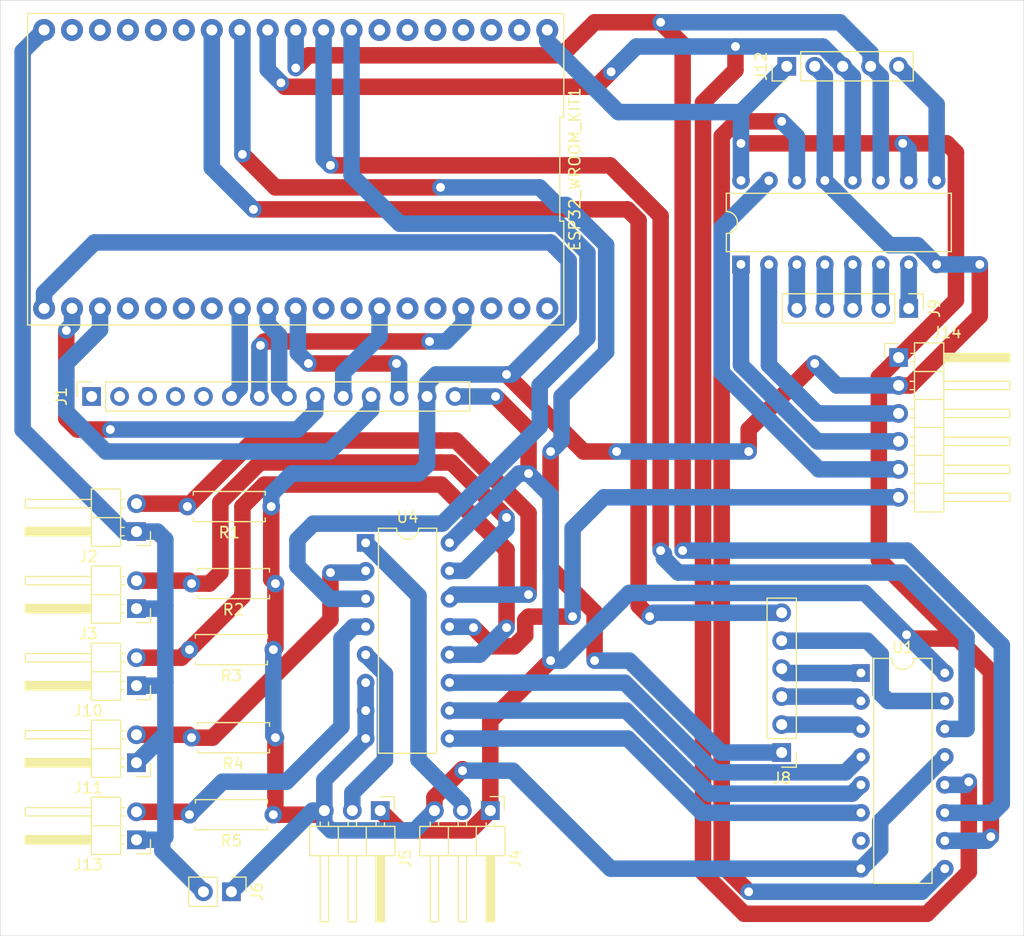
<source format=kicad_pcb>
(kicad_pcb (version 20240108) (generator "pcbnew") (generator_version "8.0")
  (layers (0 "F.Cu" signal) (31 "B.Cu" signal) (34 "B.Paste" user) (35 "F.Paste" user) (36 "B.SilkS" user "B.Silkscreen") (37 "F.SilkS" user "F.Silkscreen") (38 "B.Mask" user) (39 "F.Mask" user) (44 "Edge.Cuts" user))
  (net 0 "")
  (net 2 "Data")
  (net 3 "Trig")
  (net 14 "Analog_Pin1")
  (net 16 "Clock")
  (net 23 "3v3")
  (net 24 "GND")
  (net 30 "Net-(U1-QG)")
  (net 31 "M1_Pin_Dir1")
  (net 32 "M2_Pin_Dir2")
  (net 34 "M1_Pin_EN")
  (net 35 "M2_Pin_Dir1")
  (net 36 "M1_Pin_Dir2")
  (net 37 "Net-(U1-QH')")
  (net 38 "M2_Pin_EN")
  (net 42 "Net-(J9-Pin_2)")
  (net 43 "5v")
  (net 44 "Net-(J9-Pin_1)")
  (net 45 "Capteur_Force_1")
  (net 46 "Capteur_Force_2")
  (net 47 "Net-(J9-Pin_5)")
  (net 48 "Capteur_Hall_1")
  (net 49 "Capteur_Hall_2")
  (net 50 "Net-(J9-Pin_4)")
  (net 51 "Net-(J9-Pin_3)")
  (net 52 "Capteur_Force_3")
  (net 53 "Capteur_Autre_1")
  (net 54 "Net-(J12-Pin_5)")
  (net 55 "Capteur_Autre_2")
  (net 56 "Net-(J14-Pin_6)")
  (net 57 "Net-(J14-Pin_4)")
  (net 58 "Net-(J14-Pin_5)")
  (net 59 "Net-(J14-Pin_3)")
  (net 60 "Net-(U1-QE)")
  (net 62 "Net-(U1-QF)")
  (net 63 "Net-(ESP32_WROOM_KIT1-GPIO22)")
  (net 64 "Net-(ESP32_WROOM_KIT1-GPIO18)")
  (net 65 "Net-(ESP32_WROOM_KIT1-GPIO4)")
  (net 66 "Net-(ESP32_WROOM_KIT1-GPIO19)")
  (net 67 "Net-(ESP32_WROOM_KIT1-GPIO23)")
  (net 68 "Net-(ESP32_WROOM_KIT1-GPIO15)")
  (net 69 "Net-(ESP32_WROOM_KIT1-GPIO5)")
  (footprint "MyEsp32Library:Esp32_Wroom32_DevKit" (layer "F.Cu") (at 142.84 57.35 180)
    (property "Reference" "ESP32_WROOM_KIT1")
    (property "Value" "~")
  )
  (footprint "Package_DIP:DIP-16_W7.62mm" (layer "F.Cu") (at 149.2 91.3)
    (property "Reference" "U4")
    (property "Value" "74HC4051")
  )
  (footprint "Package_DIP:DIP-16_W7.62mm" (layer "F.Cu") (at 194.2 103.125)
    (property "Reference" "U1")
    (property "Value" "74HC595")
  )
  (footprint "Connector_PinHeader_2.54mm:PinHeader_1x02_P2.54mm_Horizontal" (layer "F.Cu") (at 128.375 90.275 180)
    (property "Reference" "J2")
    (property "Value" "Conn_01x02_Pin")
  )
  (footprint "Connector_PinHeader_2.54mm:PinHeader_1x05_P2.54mm_Vertical" (layer "F.Cu") (at 187.46 48 90)
    (property "Reference" "J12")
    (property "Value" "Conn_01x05_Pin" (hide yes))
  )
  (footprint "Connector_PinHeader_2.54mm:PinHeader_1x06_P2.54mm_Horizontal" (layer "F.Cu") (at 197.625 74.46)
    (property "Reference" "J14")
    (property "Value" "Conn_01x06_Pin")
  )
  (footprint "Connector_PinHeader_2.54mm:PinHeader_1x02_P2.54mm_Horizontal" (layer "F.Cu") (at 128.375 118.275 180)
    (property "Reference" "J13")
    (property "Value" "Conn_01x02_Pin")
  )
  (footprint "Connector_PinHeader_2.54mm:PinHeader_1x02_P2.54mm_Horizontal" (layer "F.Cu") (at 128.375 97.275 180)
    (property "Reference" "J3")
    (property "Value" "Conn_01x02_Pin")
  )
  (footprint "Connector_PinHeader_2.54mm:PinHeader_1x02_P2.54mm_Horizontal" (layer "F.Cu") (at 128.375 111.275 180)
    (property "Reference" "J11")
    (property "Value" "Conn_01x02_Pin")
  )
  (footprint "Resistor_THT:R_Axial_DIN0207_L6.3mm_D2.5mm_P7.62mm_Horizontal" (layer "F.Cu") (at 141 95 180)
    (property "Reference" "R2")
    (property "Value" "R")
  )
  (footprint "Connector_PinHeader_2.54mm:PinHeader_1x06_P2.54mm_Vertical" (layer "F.Cu") (at 187 110.35 180)
    (property "Reference" "J8")
    (property "Value" "Conn_01x06_Pin")
  )
  (footprint "Resistor_THT:R_Axial_DIN0207_L6.3mm_D2.5mm_P7.62mm_Horizontal" (layer "F.Cu") (at 140.81 116 180)
    (property "Reference" "R5")
    (property "Value" "R")
  )
  (footprint "Resistor_THT:R_Axial_DIN0207_L6.3mm_D2.5mm_P7.62mm_Horizontal" (layer "F.Cu") (at 140.81 101 180)
    (property "Reference" "R3")
    (property "Value" "R")
  )
  (footprint "Connector_PinHeader_2.54mm:PinHeader_1x05_P2.54mm_Vertical" (layer "F.Cu") (at 198.54 70 -90)
    (property "Reference" "J9")
    (property "Value" "Conn_01x05_Pin" (hide yes))
  )
  (footprint "Package_DIP:DIP-16_W7.62mm" (layer "F.Cu") (at 183.3 66 90)
    (property "Reference" "U2" (hide yes))
    (property "Value" "74HC595")
  )
  (footprint "Connector_PinHeader_2.54mm:PinHeader_1x03_P2.54mm_Horizontal" (layer "F.Cu") (at 160.525 115.625 -90)
    (property "Reference" "J4")
    (property "Value" "Conn_01x03_Pin")
  )
  (footprint "Connector_PinHeader_2.54mm:PinHeader_1x02_P2.54mm_Vertical" (layer "F.Cu") (at 137 123 -90)
    (property "Reference" "J6")
    (property "Value" "Conn_01x02_Pin" (hide yes))
  )
  (footprint "Resistor_THT:R_Axial_DIN0207_L6.3mm_D2.5mm_P7.62mm_Horizontal" (layer "F.Cu") (at 140.62 88 180)
    (property "Reference" "R1")
    (property "Value" "R")
  )
  (footprint "Resistor_THT:R_Axial_DIN0207_L6.3mm_D2.5mm_P7.62mm_Horizontal" (layer "F.Cu") (at 141 109 180)
    (property "Reference" "R4")
    (property "Value" "R")
  )
  (footprint "Connector_PinHeader_2.54mm:PinHeader_1x02_P2.54mm_Horizontal" (layer "F.Cu") (at 128.375 104.275 180)
    (property "Reference" "J10")
    (property "Value" "Conn_01x02_Pin")
  )
  (footprint "Connector_PinSocket_2.54mm:PinSocket_1x14_P2.54mm_Vertical" (layer "F.Cu") (at 124.3 78 90)
    (property "Reference" "J1")
    (property "Value" "Conn_01x14_Socket")
  )
  (footprint "Connector_PinHeader_2.54mm:PinHeader_1x03_P2.54mm_Horizontal" (layer "F.Cu") (at 150.525 115.625 -90)
    (property "Reference" "J5")
    (property "Value" "Conn_01x03_Pin")
  )
  (gr_rect (start 116 42) (end 209 127) (stroke (width 0.05)) (fill none) (layer "Edge.Cuts"))
  (segment (start 176 61.595836) (end 171.404164 57) (width 1.5) (layer "F.Cu") (net 2))
  (segment (start 171.404164 57) (end 146 57) (width 1.5) (layer "F.Cu") (net 2))
  (segment (start 176 92) (end 176 61.595836) (width 1.5) (layer "F.Cu") (net 2))
  (via (at 146 57) (size 1) (drill 0.8) (layers "F.Cu" "B.Cu") (net 2))
  (via (at 176 92) (size 1) (drill 0.8) (layers "F.Cu" "B.Cu") (net 2))
  (segment (start 177.595837 94) (end 176.3 92.704163) (width 1.5) (layer "B.Cu") (net 2))
  (segment (start 145.38 44.7) (end 145.38 56.38) (width 1.5) (layer "B.Cu") (net 2))
  (segment (start 203.795 99.795) (end 198 94) (width 1.5) (layer "B.Cu") (net 2))
  (segment (start 201.82 108.205) (end 203.795 108.205) (width 1.5) (layer "B.Cu") (net 2))
  (segment (start 198 94) (end 177.595837 94) (width 1.5) (layer "B.Cu") (net 2))
  (segment (start 176.3 92.3) (end 176 92) (width 1.5) (layer "B.Cu") (net 2))
  (segment (start 176.3 92.704163) (end 176.3 92.3) (width 1.5) (layer "B.Cu") (net 2))
  (segment (start 203.795 108.205) (end 203.795 99.795) (width 1.5) (layer "B.Cu") (net 2))
  (segment (start 145.38 56.38) (end 146 57) (width 1.5) (layer "B.Cu") (net 2))
  (segment (start 204 121.199874) (end 204 113) (width 1.5) (layer "F.Cu") (net 3))
  (segment (start 182.8 46.2) (end 182.8 48.35) (width 1.5) (layer "F.Cu") (net 3))
  (segment (start 183.595836 125) (end 200.199874 125) (width 1.5) (layer "F.Cu") (net 3))
  (segment (start 182.8 48.35) (end 179.85 51.3) (width 1.5) (layer "F.Cu") (net 3))
  (segment (start 179.85 121.254164) (end 183.595836 125) (width 1.5) (layer "F.Cu") (net 3))
  (segment (start 170.14 49.86) (end 141.86 49.86) (width 1.5) (layer "F.Cu") (net 3))
  (segment (start 179.85 51.3) (end 179.85 121.254164) (width 1.5) (layer "F.Cu") (net 3))
  (segment (start 171.5 48.5) (end 170.14 49.86) (width 1.5) (layer "F.Cu") (net 3))
  (segment (start 200.199874 125) (end 204 121.199874) (width 1.5) (layer "F.Cu") (net 3))
  (segment (start 141.86 49.86) (end 141.5 49.5) (width 1.5) (layer "F.Cu") (net 3))
  (via (at 141.5 49.5) (size 1) (drill 0.8) (layers "F.Cu" "B.Cu") (net 3))
  (via (at 171.5 48.5) (size 1) (drill 0.8) (layers "F.Cu" "B.Cu") (net 3))
  (via (at 182.8 46.2) (size 1) (drill 0.8) (layers "F.Cu" "B.Cu") (net 3))
  (via (at 204 113) (size 1) (drill 0.8) (layers "F.Cu" "B.Cu") (net 3))
  (segment (start 193.46 48.92) (end 192.77 48.23) (width 1.5) (layer "B.Cu") (net 3))
  (segment (start 141.5 49.5) (end 140.3 48.3) (width 1.5) (layer "B.Cu") (net 3))
  (segment (start 201.82 113.285) (end 203.715 113.285) (width 1.5) (layer "B.Cu") (net 3))
  (segment (start 193.46 58.38) (end 193.46 48.92) (width 1.5) (layer "B.Cu") (net 3))
  (segment (start 192.77 48.23) (end 192.54 48) (width 1.5) (layer "B.Cu") (net 3))
  (segment (start 192.77 48.224415) (end 192.77 48.23) (width 1.5) (layer "B.Cu") (net 3))
  (segment (start 171.5 48.5) (end 173.8 46.2) (width 1.5) (layer "B.Cu") (net 3))
  (segment (start 140.3 48.3) (end 140.3 44.7) (width 1.5) (layer "B.Cu") (net 3))
  (segment (start 203.715 113.285) (end 204 113) (width 1.5) (layer "B.Cu") (net 3))
  (segment (start 173.8 46.2) (end 182.8 46.2) (width 1.5) (layer "B.Cu") (net 3))
  (segment (start 190.745585 46.2) (end 192.77 48.224415) (width 1.5) (layer "B.Cu") (net 3))
  (segment (start 182.8 46.2) (end 190.745585 46.2) (width 1.5) (layer "B.Cu") (net 3))
  (segment (start 166.704164 62.3) (end 152.3 62.3) (width 1.5) (layer "B.Cu") (net 14))
  (segment (start 143 93.404163) (end 143 91) (width 1.5) (layer "B.Cu") (net 14))
  (segment (start 156.165836 89.55) (end 165.015836 80.7) (width 1.5) (layer "B.Cu") (net 14))
  (segment (start 169.35 72.65) (end 169.35 64.945836) (width 1.5) (layer "B.Cu") (net 14))
  (segment (start 149.2 96.38) (end 145.975837 96.38) (width 1.5) (layer "B.Cu") (net 14))
  (segment (start 147.92 57.92) (end 147.92 44.7) (width 1.5) (layer "B.Cu") (net 14))
  (segment (start 165 77) (end 169.35 72.65) (width 1.5) (layer "B.Cu") (net 14))
  (segment (start 165.015836 77.015836) (end 165 77) (width 1.5) (layer "B.Cu") (net 14))
  (segment (start 144.45 89.55) (end 156.165836 89.55) (width 1.5) (layer "B.Cu") (net 14))
  (segment (start 169.35 64.945836) (end 166.704164 62.3) (width 1.5) (layer "B.Cu") (net 14))
  (segment (start 143 91) (end 144.45 89.55) (width 1.5) (layer "B.Cu") (net 14))
  (segment (start 145.975837 96.38) (end 143 93.404163) (width 1.5) (layer "B.Cu") (net 14))
  (segment (start 165.015836 80.7) (end 165.015836 77.015836) (width 1.5) (layer "B.Cu") (net 14))
  (segment (start 152.3 62.3) (end 147.92 57.92) (width 1.5) (layer "B.Cu") (net 14))
  (segment (start 144 47) (end 142.84 48.16) (width 1.5) (layer "F.Cu") (net 16))
  (segment (start 167 47) (end 144 47) (width 1.5) (layer "F.Cu") (net 16))
  (segment (start 178 46) (end 176 44) (width 1.5) (layer "F.Cu") (net 16))
  (segment (start 178 92) (end 178 46) (width 1.5) (layer "F.Cu") (net 16))
  (segment (start 176 44) (end 170 44) (width 1.5) (layer "F.Cu") (net 16))
  (segment (start 170 44) (end 167 47) (width 1.5) (layer "F.Cu") (net 16))
  (via (at 176 44) (size 1) (drill 0.8) (layers "F.Cu" "B.Cu") (net 16))
  (via (at 142.84 48.16) (size 1) (drill 0.8) (layers "F.Cu" "B.Cu") (net 16))
  (via (at 178 92) (size 1) (drill 0.8) (layers "F.Cu" "B.Cu") (net 16))
  (segment (start 207 115) (end 206.175 115.825) (width 1.5) (layer "B.Cu") (net 16))
  (segment (start 198.404164 92) (end 207 100.595836) (width 1.5) (layer "B.Cu") (net 16))
  (segment (start 207 100.595836) (end 207 115) (width 1.5) (layer "B.Cu") (net 16))
  (segment (start 176 44) (end 192.282081 44) (width 1.5) (layer "B.Cu") (net 16))
  (segment (start 192.282081 44) (end 195.08 46.797919) (width 1.5) (layer "B.Cu") (net 16))
  (segment (start 178 92) (end 198.404164 92) (width 1.5) (layer "B.Cu") (net 16))
  (segment (start 196 48.92) (end 195.08 48) (width 1.5) (layer "B.Cu") (net 16))
  (segment (start 142.84 48.16) (end 142.84 44.7) (width 1.5) (layer "B.Cu") (net 16))
  (segment (start 206.175 115.825) (end 201.82 115.825) (width 1.5) (layer "B.Cu") (net 16))
  (segment (start 196 58.38) (end 196 48.92) (width 1.5) (layer "B.Cu") (net 16))
  (segment (start 195.08 46.797919) (end 195.08 48) (width 1.5) (layer "B.Cu") (net 16))
  (segment (start 197.619415 74.46) (end 197.625 74.46) (width 1.5) (layer "F.Cu") (net 23))
  (segment (start 206 103) (end 206 118) (width 1.5) (layer "F.Cu") (net 23))
  (segment (start 164 85) (end 164 81) (width 1.5) (layer "F.Cu") (net 23))
  (segment (start 202.83 55.83) (end 202 55) (width 1.5) (layer "F.Cu") (net 23))
  (segment (start 198 55) (end 183.3 55) (width 1.5) (layer "F.Cu") (net 23))
  (segment (start 204 101) (end 206 103) (width 1.5) (layer "F.Cu") (net 23))
  (segment (start 198.3475 99.6525) (end 198.695 100) (width 1.5) (layer "F.Cu") (net 23))
  (segment (start 202 55) (end 198 55) (width 1.5) (layer "F.Cu") (net 23))
  (segment (start 160.525 115.625) (end 160.525 115.630585) (width 1.5) (layer "F.Cu") (net 23))
  (segment (start 197.625 74.46) (end 202.83 69.255) (width 1.5) (layer "F.Cu") (net 23))
  (segment (start 204 101) (end 195.825 92.825) (width 1.5) (layer "F.Cu") (net 23))
  (segment (start 166 102) (end 160.525 107.475) (width 1.5) (layer "F.Cu") (net 23))
  (segment (start 195.825 92.825) (end 195.825 76.254415) (width 1.5) (layer "F.Cu") (net 23))
  (segment (start 203 100) (end 204 101) (width 1.5) (layer "F.Cu") (net 23))
  (segment (start 202.83 69.255) (end 202.83 55.83) (width 1.5) (layer "F.Cu") (net 23))
  (segment (start 198.695 100) (end 203 100) (width 1.5) (layer "F.Cu") (net 23))
  (segment (start 152.325 117.425) (end 150.525 115.625) (width 1.5) (layer "F.Cu") (net 23))
  (segment (start 160.525 115.630585) (end 158.730585 117.425) (width 1.5) (layer "F.Cu") (net 23))
  (segment (start 160.525 107.475) (end 160.525 115.625) (width 1.5) (layer "F.Cu") (net 23))
  (segment (start 164 81) (end 161 78) (width 1.5) (layer "F.Cu") (net 23))
  (segment (start 195.825 76.254415) (end 197.619415 74.46) (width 1.5) (layer "F.Cu") (net 23))
  (segment (start 158.730585 117.425) (end 152.325 117.425) (width 1.5) (layer "F.Cu") (net 23))
  (via (at 164 85) (size 1) (drill 0.8) (layers "F.Cu" "B.Cu") (net 23))
  (via (at 161 78) (size 1) (drill 0.8) (layers "F.Cu" "B.Cu") (net 23))
  (via (at 198.3475 99.6525) (size 1) (drill 0.8) (layers "F.Cu" "B.Cu") (net 23))
  (via (at 198 55) (size 1) (drill 0.8) (layers "F.Cu" "B.Cu") (net 23))
  (via (at 166 102) (size 1) (drill 0.8) (layers "F.Cu" "B.Cu") (net 23))
  (via (at 206 118) (size 1) (drill 0.8) (layers "F.Cu" "B.Cu") (net 23))
  (via (at 183.3 55) (size 1) (drill 0.8) (layers "F.Cu" "B.Cu") (net 23))
  (segment (start 157.32 78) (end 161 78) (width 1.5) (layer "B.Cu") (net 23))
  (segment (start 201.82 103.125) (end 194.545 95.85) (width 1.5) (layer "B.Cu") (net 23))
  (segment (start 198.54 55.54) (end 198 55) (width 1.5) (layer "B.Cu") (net 23))
  (segment (start 164 85) (end 163.12 85) (width 1.5) (layer "B.Cu") (net 23))
  (segment (start 205.635 118.365) (end 206 118) (width 1.5) (layer "B.Cu") (net 23))
  (segment (start 201.82 118.365) (end 205.635 118.365) (width 1.5) (layer "B.Cu") (net 23))
  (segment (start 167 102) (end 166 102) (width 1.5) (layer "B.Cu") (net 23))
  (segment (start 173.15 95.85) (end 167 102) (width 1.5) (layer "B.Cu") (net 23))
  (segment (start 183.3 52.16) (end 187.46 48) (width 1.5) (layer "B.Cu") (net 23))
  (segment (start 183.3 58.38) (end 183.3 52.16) (width 1.5) (layer "B.Cu") (net 23))
  (segment (start 183.3 52.16) (end 172.16 52.16) (width 1.5) (layer "B.Cu") (net 23))
  (segment (start 194.545 95.85) (end 173.15 95.85) (width 1.5) (layer "B.Cu") (net 23))
  (segment (start 163.12 85) (end 156.82 91.3) (width 1.5) (layer "B.Cu") (net 23))
  (segment (start 165.7 45.7) (end 165.7 44.7) (width 1.5) (layer "B.Cu") (net 23))
  (segment (start 198.54 58.38) (end 198.54 56) (width 1.5) (layer "B.Cu") (net 23))
  (segment (start 172.16 52.16) (end 165.7 45.7) (width 1.5) (layer "B.Cu") (net 23))
  (segment (start 164 85) (end 166 87) (width 1.5) (layer "B.Cu") (net 23))
  (segment (start 166 87) (end 166 102) (width 1.5) (layer "B.Cu") (net 23))
  (segment (start 197.625 77) (end 198.685 77) (width 1.5) (layer "F.Cu") (net 24))
  (segment (start 205 70.685) (end 205 66) (width 1.5) (layer "F.Cu") (net 24))
  (segment (start 140.81 116) (end 145.07 116) (width 1.5) (layer "F.Cu") (net 24))
  (segment (start 141 100.81) (end 140.81 101) (width 1.5) (layer "F.Cu") (net 24))
  (segment (start 169 83) (end 162 76) (width 1.5) (layer "F.Cu") (net 24))
  (segment (start 145.07 116) (end 145.445 115.625) (width 1.5) (layer "F.Cu") (net 24))
  (segment (start 158 111.867919) (end 157.867919 112) (width 1.5) (layer "F.Cu") (net 24))
  (segment (start 190 75) (end 184 81) (width 1.5) (layer "F.Cu") (net 24))
  (segment (start 184 81) (end 184 83) (width 1.5) (layer "F.Cu") (net 24))
  (segment (start 198.685 77) (end 205 70.685) (width 1.5) (layer "F.Cu") (net 24))
  (segment (start 140.62 88) (end 140.62 94.62) (width 1.5) (layer "F.Cu") (net 24))
  (segment (start 141 115.81) (end 140.81 116) (width 1.5) (layer "F.Cu") (net 24))
  (segment (start 140.62 94.62) (end 141 95) (width 1.5) (layer "F.Cu") (net 24))
  (segment (start 155.445 115.625) (end 155.445 114.422919) (width 1.5) (layer "F.Cu") (net 24))
  (segment (start 141 95) (end 141 100.81) (width 1.5) (layer "F.Cu") (net 24))
  (segment (start 155.445 114.422919) (end 157.867919 112) (width 1.5) (layer "F.Cu") (net 24))
  (segment (start 140.81 108.81) (end 141 109) (width 1.5) (layer "F.Cu") (net 24))
  (segment (start 172 83) (end 169 83) (width 1.5) (layer "F.Cu") (net 24))
  (segment (start 157.867919 112) (end 158 112) (width 1.5) (layer "F.Cu") (net 24))
  (segment (start 158 112) (end 158 111.867919) (width 1.5) (layer "F.Cu") (net 24))
  (segment (start 141 109) (end 141 115.81) (width 1.5) (layer "F.Cu") (net 24))
  (via (at 205 66) (size 1) (drill 0.8) (layers "F.Cu" "B.Cu") (net 24))
  (via (at 172 83) (size 1) (drill 0.8) (layers "F.Cu" "B.Cu") (net 24))
  (via (at 158 112) (size 1) (drill 0.8) (layers "F.Cu" "B.Cu") (net 24))
  (via (at 184 83) (size 1) (drill 0.8) (layers "F.Cu" "B.Cu") (net 24))
  (via (at 162 76) (size 1) (drill 0.8) (layers "F.Cu" "B.Cu") (net 24))
  (via (at 190 75) (size 1) (drill 0.8) (layers "F.Cu" "B.Cu") (net 24))
  (segment (start 171.459164 120.905) (end 162.554164 112) (width 1.5) (layer "B.Cu") (net 24))
  (segment (start 199.33 64.25) (end 196.79 64.25) (width 1.5) (layer "B.Cu") (net 24))
  (segment (start 155.445 115.625) (end 153.645 117.425) (width 1.5) (layer "B.Cu") (net 24))
  (segment (start 195.95 119.155) (end 194.2 120.905) (width 1.5) (layer "B.Cu") (net 24))
  (segment (start 197.625 77) (end 192 77) (width 1.5) (layer "B.Cu") (net 24))
  (segment (start 146.042919 117.425) (end 145.445 116.827081) (width 1.5) (layer "B.Cu") (net 24))
  (segment (start 149.2 106.54) (end 149.2 109.08) (width 1.5) (layer "B.Cu") (net 24))
  (segment (start 190 75) (end 190.5 75.5) (width 1.5) (layer "B.Cu") (net 24))
  (segment (start 149.2 104) (end 149.2 106.54) (width 1.5) (layer "B.Cu") (net 24))
  (segment (start 145.445 116.827081) (end 145.445 115.625) (width 1.5) (layer "B.Cu") (net 24))
  (segment (start 140.81 108.81) (end 141 109) (width 1.5) (layer "B.Cu") (net 24))
  (segment (start 149.2 109.08) (end 145.445 112.835) (width 1.5) (layer "B.Cu") (net 24))
  (segment (start 154.78 76.797919) (end 154.78 78) (width 1.5) (layer "B.Cu") (net 24))
  (segment (start 201.08 66) (end 199.33 64.25) (width 1.5) (layer "B.Cu") (net 24))
  (segment (start 201.82 110.745) (end 195.95 116.615) (width 1.5) (layer "B.Cu") (net 24))
  (segment (start 190.92 58.38) (end 190.92 48.92) (width 1.5) (layer "B.Cu") (net 24))
  (segment (start 154.78 84.22) (end 154 85) (width 1.5) (layer "B.Cu") (net 24))
  (segment (start 194.2 120.905) (end 171.459164 120.905) (width 1.5) (layer "B.Cu") (net 24))
  (segment (start 167.65 65.65) (end 167.65 70.807717) (width 1.5) (layer "B.Cu") (net 24))
  (segment (start 140.81 101) (end 140.81 108.81) (width 1.5) (layer "B.Cu") (net 24))
  (segment (start 192 77) (end 190 75) (width 1.5) (layer "B.Cu") (net 24))
  (segment (start 166 64) (end 167.65 65.65) (width 1.5) (layer "B.Cu") (net 24))
  (segment (start 140.62 88) (end 140.62 86.86863) (width 1.5) (layer "B.Cu") (net 24))
  (segment (start 124.565787 64) (end 166 64) (width 1.5) (layer "B.Cu") (net 24))
  (segment (start 196.79 64.25) (end 190.92 58.38) (width 1.5) (layer "B.Cu") (net 24))
  (segment (start 145.445 112.835) (end 145.445 115.625) (width 1.5) (layer "B.Cu") (net 24))
  (segment (start 119.98 70) (end 119.98 68.585787) (width 1.5) (layer "B.Cu") (net 24))
  (segment (start 162.554164 112) (end 158 112) (width 1.5) (layer "B.Cu") (net 24))
  (segment (start 144.375 115.625) (end 137 123) (width 1.5) (layer "B.Cu") (net 24))
  (segment (start 195.95 116.615) (end 195.95 119.155) (width 1.5) (layer "B.Cu") (net 24))
  (segment (start 190.92 48.92) (end 190 48) (width 1.5) (layer "B.Cu") (net 24))
  (segment (start 201.08 66) (end 205 66) (width 1.5) (layer "B.Cu") (net 24))
  (segment (start 145.445 115.625) (end 144.375 115.625) (width 1.5) (layer "B.Cu") (net 24))
  (segment (start 140.62 86.86863) (end 142.48863 85) (width 1.5) (layer "B.Cu") (net 24))
  (segment (start 153.645 117.425) (end 146.042919 117.425) (width 1.5) (layer "B.Cu") (net 24))
  (segment (start 162.457717 76) (end 162 76) (width 1.5) (layer "B.Cu") (net 24))
  (segment (start 155.577919 76) (end 154.78 76.797919) (width 1.5) (layer "B.Cu") (net 24))
  (segment (start 142.48863 85) (end 154 85) (width 1.5) (layer "B.Cu") (net 24))
  (segment (start 119.98 68.585787) (end 124.565787 64) (width 1.5) (layer "B.Cu") (net 24))
  (segment (start 162 76) (end 155.577919 76) (width 1.5) (layer "B.Cu") (net 24))
  (segment (start 154.78 78) (end 154.78 84.22) (width 1.5) (layer "B.Cu") (net 24))
  (segment (start 167.65 70.807717) (end 162.457717 76) (width 1.5) (layer "B.Cu") (net 24))
  (segment (start 184 83) (end 172 83) (width 1.5) (layer "B.Cu") (net 24))
  (segment (start 156.82 109.08) (end 173.016672 109.08) (width 1.5) (layer "B.Cu") (net 30))
  (segment (start 173.016672 109.08) (end 179.761672 115.825) (width 1.5) (layer "B.Cu") (net 30))
  (segment (start 179.761672 115.825) (end 194.2 115.825) (width 1.5) (layer "B.Cu") (net 30))
  (segment (start 194.765 100.19) (end 196 101.425) (width 1.5) (layer "B.Cu") (net 31))
  (segment (start 196.665 105.665) (end 201.82 105.665) (width 1.5) (layer "B.Cu") (net 31))
  (segment (start 187 100.19) (end 194.765 100.19) (width 1.5) (layer "B.Cu") (net 31))
  (segment (start 196 101.425) (end 196 105) (width 1.5) (layer "B.Cu") (net 31))
  (segment (start 196 105) (end 196.665 105.665) (width 1.5) (layer "B.Cu") (net 31))
  (segment (start 193.805 107.81) (end 194.2 108.205) (width 1.5) (layer "B.Cu") (net 32))
  (segment (start 187 107.81) (end 193.805 107.81) (width 1.5) (layer "B.Cu") (net 32))
  (segment (start 173 61) (end 139 61) (width 1.5) (layer "F.Cu") (net 34))
  (segment (start 175 98) (end 174 97) (width 1.5) (layer "F.Cu") (net 34))
  (segment (start 174 62) (end 173 61) (width 1.5) (layer "F.Cu") (net 34))
  (segment (start 174 97) (end 174 62) (width 1.5) (layer "F.Cu") (net 34))
  (via (at 139 61) (size 1) (drill 0.8) (layers "F.Cu" "B.Cu") (net 34))
  (via (at 175 98) (size 1) (drill 0.8) (layers "F.Cu" "B.Cu") (net 34))
  (segment (start 139 61) (end 135.22 57.22) (width 1.5) (layer "B.Cu") (net 34))
  (segment (start 135.22 57.22) (end 135.22 44.7) (width 1.5) (layer "B.Cu") (net 34))
  (segment (start 175.35 97.65) (end 187 97.65) (width 1.5) (layer "B.Cu") (net 34))
  (segment (start 175 98) (end 175.35 97.65) (width 1.5) (layer "B.Cu") (net 34))
  (segment (start 193.805 105.27) (end 194.2 105.665) (width 1.5) (layer "B.Cu") (net 35))
  (segment (start 187 105.27) (end 193.805 105.27) (width 1.5) (layer "B.Cu") (net 35))
  (segment (start 187.395 103.125) (end 187 102.73) (width 1.5) (layer "B.Cu") (net 36))
  (segment (start 194.2 103.125) (end 187.395 103.125) (width 1.5) (layer "B.Cu") (net 36))
  (segment (start 181.55 54.345837) (end 181.55 120.55) (width 1.5) (layer "F.Cu") (net 37))
  (segment (start 182.895837 53) (end 181.55 54.345837) (width 1.5) (layer "F.Cu") (net 37))
  (segment (start 187 53) (end 182.895837 53) (width 1.5) (layer "F.Cu") (net 37))
  (segment (start 181.55 120.55) (end 184 123) (width 1.5) (layer "F.Cu") (net 37))
  (via (at 187 53) (size 1) (drill 0.8) (layers "F.Cu" "B.Cu") (net 37))
  (via (at 184 123) (size 1) (drill 0.8) (layers "F.Cu" "B.Cu") (net 37))
  (segment (start 188.38 54.38) (end 187 53) (width 1.5) (layer "B.Cu") (net 37))
  (segment (start 188.38 58.38) (end 188.38 54.38) (width 1.5) (layer "B.Cu") (net 37))
  (segment (start 199.725 123) (end 184 123) (width 1.5) (layer "B.Cu") (net 37))
  (segment (start 201.82 120.905) (end 199.725 123) (width 1.5) (layer "B.Cu") (net 37))
  (segment (start 170 97.595837) (end 170 102) (width 1.5) (layer "F.Cu") (net 38))
  (segment (start 141 59) (end 138 56) (width 1.5) (layer "F.Cu") (net 38))
  (segment (start 166 93.595837) (end 170 97.595837) (width 1.5) (layer "F.Cu") (net 38))
  (segment (start 156 59) (end 141 59) (width 1.5) (layer "F.Cu") (net 38))
  (segment (start 166 83) (end 166 93.595837) (width 1.5) (layer "F.Cu") (net 38))
  (via (at 156 59) (size 1) (drill 0.8) (layers "F.Cu" "B.Cu") (net 38))
  (via (at 138 56) (size 1) (drill 0.8) (layers "F.Cu" "B.Cu") (net 38))
  (via (at 170 102) (size 1) (drill 0.8) (layers "F.Cu" "B.Cu") (net 38))
  (via (at 166 83) (size 1) (drill 0.8) (layers "F.Cu" "B.Cu") (net 38))
  (segment (start 167.408328 60.6) (end 166.6 60.6) (width 1.5) (layer "B.Cu") (net 38))
  (segment (start 166 83) (end 167 82) (width 1.5) (layer "B.Cu") (net 38))
  (segment (start 171.05 64.241672) (end 167.408328 60.6) (width 1.5) (layer "B.Cu") (net 38))
  (segment (start 181.499164 110.35) (end 187 110.35) (width 1.5) (layer "B.Cu") (net 38))
  (segment (start 166.6 60.6) (end 165 59) (width 1.5) (layer "B.Cu") (net 38))
  (segment (start 138 44.94) (end 137.76 44.7) (width 1.5) (layer "B.Cu") (net 38))
  (segment (start 165 59) (end 156 59) (width 1.5) (layer "B.Cu") (net 38))
  (segment (start 173.149164 102) (end 181.499164 110.35) (width 1.5) (layer "B.Cu") (net 38))
  (segment (start 170 102) (end 173.149164 102) (width 1.5) (layer "B.Cu") (net 38))
  (segment (start 171.05 73.95) (end 171.05 64.241672) (width 1.5) (layer "B.Cu") (net 38))
  (segment (start 167 82) (end 167 78) (width 1.5) (layer "B.Cu") (net 38))
  (segment (start 138 56) (end 138 44.94) (width 1.5) (layer "B.Cu") (net 38))
  (segment (start 167 78) (end 171.05 73.95) (width 1.5) (layer "B.Cu") (net 38))
  (segment (start 196 66) (end 196 70) (width 1.5) (layer "B.Cu") (net 42))
  (segment (start 128.375 104.275) (end 130.725 104.275) (width 1.5) (layer "B.Cu") (net 43))
  (segment (start 130.725 97.275) (end 128.375 97.275) (width 1.5) (layer "B.Cu") (net 43))
  (segment (start 130.725 118.275) (end 131 118) (width 1.5) (layer "B.Cu") (net 43))
  (segment (start 119.98 44.7) (end 118.03 46.65) (width 1.5) (layer "B.Cu") (net 43))
  (segment (start 128.375 118.275) (end 130.725 118.275) (width 1.5) (layer "B.Cu") (net 43))
  (segment (start 130.725 104.275) (end 131 104) (width 1.5) (layer "B.Cu") (net 43))
  (segment (start 118.03 46.65) (end 118.03 81.03) (width 1.5) (layer "B.Cu") (net 43))
  (segment (start 131 118) (end 131 108.655585) (width 1.5) (layer "B.Cu") (net 43))
  (segment (start 131 108.655585) (end 131 104) (width 1.5) (layer "B.Cu") (net 43))
  (segment (start 130.725 119.265) (end 134.46 123) (width 1.5) (layer "B.Cu") (net 43))
  (segment (start 131 97) (end 130.725 97.275) (width 1.5) (layer "B.Cu") (net 43))
  (segment (start 118.03 81.03) (end 127.275 90.275) (width 1.5) (layer "B.Cu") (net 43))
  (segment (start 130.725 118.275) (end 130.725 119.265) (width 1.5) (layer "B.Cu") (net 43))
  (segment (start 131 91) (end 131 97) (width 1.5) (layer "B.Cu") (net 43))
  (segment (start 127.275 90.275) (end 128.375 90.275) (width 1.5) (layer "B.Cu") (net 43))
  (segment (start 130.275 90.275) (end 131 91) (width 1.5) (layer "B.Cu") (net 43))
  (segment (start 128.375 90.275) (end 130.275 90.275) (width 1.5) (layer "B.Cu") (net 43))
  (segment (start 128.380585 111.275) (end 131 108.655585) (width 1.5) (layer "B.Cu") (net 43))
  (segment (start 128.375 111.275) (end 128.380585 111.275) (width 1.5) (layer "B.Cu") (net 43))
  (segment (start 131 104) (end 131 97) (width 1.5) (layer "B.Cu") (net 43))
  (segment (start 198.54 66) (end 198.54 70) (width 1.5) (layer "B.Cu") (net 44))
  (segment (start 157.404164 82) (end 164 88.595836) (width 1.5) (layer "F.Cu") (net 45))
  (segment (start 139 82) (end 156 82) (width 1.5) (layer "F.Cu") (net 45))
  (segment (start 164 88.595836) (end 164 96) (width 1.5) (layer "F.Cu") (net 45))
  (segment (start 132.735 87.735) (end 133 88) (width 1.5) (layer "F.Cu") (net 45))
  (segment (start 156 82) (end 157.404164 82) (width 1.5) (layer "F.Cu") (net 45))
  (segment (start 133 88) (end 139 82) (width 1.5) (layer "F.Cu") (net 45))
  (segment (start 128.375 87.735) (end 132.735 87.735) (width 1.5) (layer "F.Cu") (net 45))
  (via (at 164 96) (size 1) (drill 0.8) (layers "F.Cu" "B.Cu") (net 45))
  (segment (start 157.2 96) (end 156.82 96.38) (width 1.5) (layer "B.Cu") (net 45))
  (segment (start 164 96) (end 157.2 96) (width 1.5) (layer "B.Cu") (net 45))
  (segment (start 157 84) (end 162 89) (width 1.5) (layer "F.Cu") (net 46))
  (segment (start 128.375 94.735) (end 133.115 94.735) (width 1.5) (layer "F.Cu") (net 46))
  (segment (start 133.115 94.735) (end 133.38 95) (width 1.5) (layer "F.Cu") (net 46))
  (segment (start 135 95) (end 136 94) (width 1.5) (layer "F.Cu") (net 46))
  (segment (start 136 87.595836) (end 139.595836 84) (width 1.5) (layer "F.Cu") (net 46))
  (segment (start 133.38 95) (end 135 95) (width 1.5) (layer "F.Cu") (net 46))
  (segment (start 136 94) (end 136 88) (width 1.5) (layer "F.Cu") (net 46))
  (segment (start 136 88) (end 136 87.595836) (width 1.5) (layer "F.Cu") (net 46))
  (segment (start 139.595836 84) (end 156 84) (width 1.5) (layer "F.Cu") (net 46))
  (segment (start 156 84) (end 157 84) (width 1.5) (layer "F.Cu") (net 46))
  (via (at 162 89) (size 1) (drill 0.8) (layers "F.Cu" "B.Cu") (net 46))
  (segment (start 156.82 93.84) (end 158.16 93.84) (width 1.5) (layer "B.Cu") (net 46))
  (segment (start 162 90) (end 162 89) (width 1.5) (layer "B.Cu") (net 46))
  (segment (start 158.16 93.84) (end 162 90) (width 1.5) (layer "B.Cu") (net 46))
  (segment (start 188.38 66) (end 188.38 70) (width 1.5) (layer "B.Cu") (net 47))
  (segment (start 154 111) (end 154 96.1) (width 1.5) (layer "B.Cu") (net 48))
  (segment (start 157.985 115.625) (end 157.985 114.985) (width 1.5) (layer "B.Cu") (net 48))
  (segment (start 154 96.1) (end 149.2 91.3) (width 1.5) (layer "B.Cu") (net 48))
  (segment (start 157.985 114.985) (end 154 111) (width 1.5) (layer "B.Cu") (net 48))
  (segment (start 150.95 103.21) (end 150.95 111.05) (width 1.5) (layer "B.Cu") (net 49))
  (segment (start 149.2 101.46) (end 150.95 103.21) (width 1.5) (layer "B.Cu") (net 49))
  (segment (start 147.985 114.015) (end 147.985 115.625) (width 1.5) (layer "B.Cu") (net 49))
  (segment (start 150.95 111.05) (end 147.985 114.015) (width 1.5) (layer "B.Cu") (net 49))
  (segment (start 190.92 66) (end 190.92 70) (width 1.5) (layer "B.Cu") (net 50))
  (segment (start 193.46 66) (end 193.46 70) (width 1.5) (layer "B.Cu") (net 51))
  (segment (start 138 88) (end 140 86) (width 1.5) (layer "F.Cu") (net 52))
  (segment (start 133.19 101) (end 138 96.19) (width 1.5) (layer "F.Cu") (net 52))
  (segment (start 140 86) (end 156.05061 86) (width 1.5) (layer "F.Cu") (net 52))
  (segment (start 138 96.19) (end 138 88) (width 1.5) (layer "F.Cu") (net 52))
  (segment (start 128.375 101.735) (end 132.455 101.735) (width 1.5) (layer "F.Cu") (net 52))
  (segment (start 156.05061 86) (end 162 91.94939) (width 1.5) (layer "F.Cu") (net 52))
  (segment (start 162 91.94939) (end 162 99) (width 1.5) (layer "F.Cu") (net 52))
  (segment (start 132.455 101.735) (end 133.19 101) (width 1.5) (layer "F.Cu") (net 52))
  (via (at 162 99) (size 1) (drill 0.8) (layers "F.Cu" "B.Cu") (net 52))
  (segment (start 156.82 101.46) (end 159.54 101.46) (width 1.5) (layer "B.Cu") (net 52))
  (segment (start 159.54 101.46) (end 162 99) (width 1.5) (layer "B.Cu") (net 52))
  (segment (start 135.284874 109) (end 146 98.284874) (width 1.5) (layer "F.Cu") (net 53))
  (segment (start 133.38 109) (end 135.284874 109) (width 1.5) (layer "F.Cu") (net 53))
  (segment (start 146 98.284874) (end 146 94) (width 1.5) (layer "F.Cu") (net 53))
  (segment (start 133.115 108.735) (end 133.38 109) (width 1.5) (layer "F.Cu") (net 53))
  (segment (start 128.375 108.735) (end 133.115 108.735) (width 1.5) (layer "F.Cu") (net 53))
  (via (at 146 94) (size 1) (drill 0.8) (layers "F.Cu" "B.Cu") (net 53))
  (segment (start 149.04 94) (end 149.2 93.84) (width 1.5) (layer "B.Cu") (net 53))
  (segment (start 146 94) (end 149.04 94) (width 1.5) (layer "B.Cu") (net 53))
  (segment (start 201.08 51.46) (end 197.62 48) (width 1.5) (layer "B.Cu") (net 54))
  (segment (start 201.08 58.38) (end 201.08 51.46) (width 1.5) (layer "B.Cu") (net 54))
  (segment (start 132.925 115.735) (end 133.19 116) (width 1.5) (layer "F.Cu") (net 55))
  (segment (start 128.375 115.735) (end 132.925 115.735) (width 1.5) (layer "F.Cu") (net 55))
  (segment (start 147 100) (end 147 108) (width 1.5) (layer "B.Cu") (net 55))
  (segment (start 147 108) (end 142 113) (width 1.5) (layer "B.Cu") (net 55))
  (segment (start 149.2 98.92) (end 148.08 98.92) (width 1.5) (layer "B.Cu") (net 55))
  (segment (start 136.19 113) (end 142 113) (width 1.5) (layer "B.Cu") (net 55))
  (segment (start 148.08 98.92) (end 147 100) (width 1.5) (layer "B.Cu") (net 55))
  (segment (start 133.19 116) (end 136.19 113) (width 1.5) (layer "B.Cu") (net 55))
  (segment (start 160.7 100.7) (end 162.704163 100.7) (width 1.5) (layer "F.Cu") (net 56))
  (segment (start 159 99) (end 160.7 100.7) (width 1.5) (layer "F.Cu") (net 56))
  (segment (start 163.7 99.704163) (end 163.7 98.3) (width 1.5) (layer "F.Cu") (net 56))
  (segment (start 162.704163 100.7) (end 163.7 99.704163) (width 1.5) (layer "F.Cu") (net 56))
  (segment (start 164 98) (end 168 98) (width 1.5) (layer "F.Cu") (net 56))
  (segment (start 163.7 98.3) (end 164 98) (width 1.5) (layer "F.Cu") (net 56))
  (via (at 168 98) (size 1) (drill 0.8) (layers "F.Cu" "B.Cu") (net 56))
  (via (at 159 99) (size 1) (drill 0.8) (layers "F.Cu" "B.Cu") (net 56))
  (segment (start 158.92 98.92) (end 159 99) (width 1.5) (layer "B.Cu") (net 56))
  (segment (start 170.84 87.16) (end 170 88) (width 1.5) (layer "B.Cu") (net 56))
  (segment (start 156.82 98.92) (end 158.92 98.92) (width 1.5) (layer "B.Cu") (net 56))
  (segment (start 170 88) (end 168 90) (width 1.5) (layer "B.Cu") (net 56))
  (segment (start 197.625 87.16) (end 170.84 87.16) (width 1.5) (layer "B.Cu") (net 56))
  (segment (start 168 90) (end 168 98) (width 1.5) (layer "B.Cu") (net 56))
  (segment (start 183.3 66) (end 183.3 75.147081) (width 1.5) (layer "B.Cu") (net 57))
  (segment (start 190.232919 82.08) (end 197.625 82.08) (width 1.5) (layer "B.Cu") (net 57))
  (segment (start 183.3 75.147081) (end 190.232919 82.08) (width 1.5) (layer "B.Cu") (net 57))
  (segment (start 190.368755 84.62) (end 197.625 84.62) (width 1.5) (layer "B.Cu") (net 58))
  (segment (start 181.55 75.801245) (end 190.368755 84.62) (width 1.5) (layer "B.Cu") (net 58))
  (segment (start 181.55 62.67) (end 181.55 75.801245) (width 1.5) (layer "B.Cu") (net 58))
  (segment (start 185.84 58.38) (end 181.55 62.67) (width 1.5) (layer "B.Cu") (net 58))
  (segment (start 185.84 75.147081) (end 190.232919 79.54) (width 1.5) (layer "B.Cu") (net 59))
  (segment (start 190.232919 79.54) (end 197.625 79.54) (width 1.5) (layer "B.Cu") (net 59))
  (segment (start 185.84 66) (end 185.84 75.147081) (width 1.5) (layer "B.Cu") (net 59))
  (segment (start 192.795 112.15) (end 194.2 110.745) (width 1.5) (layer "B.Cu") (net 60))
  (segment (start 172.745 104) (end 180.895 112.15) (width 1.5) (layer "B.Cu") (net 60))
  (segment (start 180.895 112.15) (end 192.795 112.15) (width 1.5) (layer "B.Cu") (net 60))
  (segment (start 156.82 104) (end 172.745 104) (width 1.5) (layer "B.Cu") (net 60))
  (segment (start 193.400001 114.084999) (end 194.2 113.285) (width 1.5) (layer "B.Cu") (net 62))
  (segment (start 156.82 106.54) (end 172.880836 106.54) (width 1.5) (layer "B.Cu") (net 62))
  (segment (start 172.880836 106.54) (end 180.425835 114.084999) (width 1.5) (layer "B.Cu") (net 62))
  (segment (start 180.425835 114.084999) (end 193.400001 114.084999) (width 1.5) (layer "B.Cu") (net 62))
  (segment (start 125.06 71.94) (end 125.06 70) (width 1.5) (layer "B.Cu") (net 63))
  (segment (start 122 79.404163) (end 122 75) (width 1.5) (layer "B.Cu") (net 63))
  (segment (start 149.7 78) (end 149.7 79.202081) (width 1.5) (layer "B.Cu") (net 63))
  (segment (start 145.902081 83) (end 125.595837 83) (width 1.5) (layer "B.Cu") (net 63))
  (segment (start 122 75) (end 125.06 71.94) (width 1.5) (layer "B.Cu") (net 63))
  (segment (start 149.7 79.202081) (end 145.902081 83) (width 1.5) (layer "B.Cu") (net 63))
  (segment (start 125.595837 83) (end 122 79.404163) (width 1.5) (layer "B.Cu") (net 63))
  (segment (start 140.3 71.414213) (end 140.3 70) (width 1.5) (layer "B.Cu") (net 64))
  (segment (start 141.34 77.26) (end 141.34 72.454213) (width 1.5) (layer "B.Cu") (net 64))
  (segment (start 141.34 72.454213) (end 140.3 71.414213) (width 1.5) (layer "B.Cu") (net 64))
  (segment (start 142.08 78) (end 141.34 77.26) (width 1.5) (layer "B.Cu") (net 64))
  (segment (start 147.16 78) (end 147.16 75.84) (width 1.5) (layer "B.Cu") (net 65))
  (segment (start 150.46 72.54) (end 150.46 70) (width 1.5) (layer "B.Cu") (net 65))
  (segment (start 147.16 75.84) (end 150.46 72.54) (width 1.5) (layer "B.Cu") (net 65))
  (segment (start 137.76 77.24) (end 137.76 70) (width 1.5) (layer "B.Cu") (net 66))
  (segment (start 137 78) (end 137.76 77.24) (width 1.5) (layer "B.Cu") (net 66))
  (segment (start 122 72) (end 122 80) (width 1.5) (layer "F.Cu") (net 67))
  (segment (start 123 81) (end 126 81) (width 1.5) (layer "F.Cu") (net 67))
  (segment (start 122 80) (end 123 81) (width 1.5) (layer "F.Cu") (net 67))
  (via (at 122 72) (size 1) (drill 0.8) (layers "F.Cu" "B.Cu") (net 67))
  (via (at 126 81) (size 1) (drill 0.8) (layers "F.Cu" "B.Cu") (net 67))
  (segment (start 126 81) (end 143 81) (width 1.5) (layer "B.Cu") (net 67))
  (segment (start 122.52 71.48) (end 122.52 70) (width 1.5) (layer "B.Cu") (net 67))
  (segment (start 144.62 79.38) (end 144.62 78) (width 1.5) (layer "B.Cu") (net 67))
  (segment (start 143 81) (end 144.62 79.38) (width 1.5) (layer "B.Cu") (net 67))
  (segment (start 122 72) (end 122.52 71.48) (width 1.5) (layer "B.Cu") (net 67))
  (segment (start 140 73) (end 139.64 73.36) (width 1.5) (layer "F.Cu") (net 68))
  (segment (start 155 73) (end 140 73) (width 1.5) (layer "F.Cu") (net 68))
  (via (at 139.64 73.36) (size 1) (drill 0.8) (layers "F.Cu" "B.Cu") (net 68))
  (via (at 155 73) (size 1) (drill 0.8) (layers "F.Cu" "B.Cu") (net 68))
  (segment (start 158.08 70) (end 158.08 71.414213) (width 1.5) (layer "B.Cu") (net 68))
  (segment (start 139.64 73.36) (end 139.54 73.46) (width 1.5) (layer "B.Cu") (net 68))
  (segment (start 156.494213 73) (end 155 73) (width 1.5) (layer "B.Cu") (net 68))
  (segment (start 139.54 73.46) (end 139.54 78) (width 1.5) (layer "B.Cu") (net 68))
  (segment (start 158.08 71.414213) (end 156.494213 73) (width 1.5) (layer "B.Cu") (net 68))
  (segment (start 152 75) (end 144 75) (width 1.5) (layer "F.Cu") (net 69))
  (via (at 152 75) (size 1) (drill 0.8) (layers "F.Cu" "B.Cu") (net 69))
  (via (at 144 75) (size 1) (drill 0.8) (layers "F.Cu" "B.Cu") (net 69))
  (segment (start 143.04 70.2) (end 142.84 70) (width 1.5) (layer "B.Cu") (net 69))
  (segment (start 152 75) (end 152.24 75.24) (width 1.5) (layer "B.Cu") (net 69))
  (segment (start 143.04 74.04) (end 143.04 70.2) (width 1.5) (layer "B.Cu") (net 69))
  (segment (start 152.24 75.24) (end 152.24 78) (width 1.5) (layer "B.Cu") (net 69))
  (segment (start 144 75) (end 143.04 74.04) (width 1.5) (layer "B.Cu") (net 69))
)
</source>
